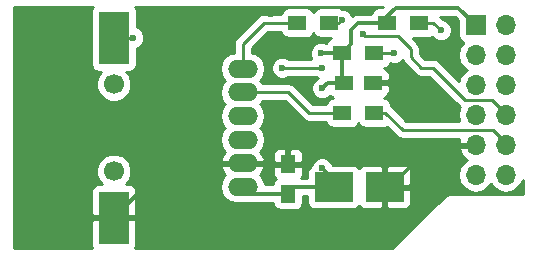
<source format=gbl>
G04 #@! TF.FileFunction,Copper,L2,Bot,Signal*
%FSLAX46Y46*%
G04 Gerber Fmt 4.6, Leading zero omitted, Abs format (unit mm)*
G04 Created by KiCad (PCBNEW 4.0.5-e0-6337~49~ubuntu14.04.1) date Sun Mar 12 14:50:38 2017*
%MOMM*%
%LPD*%
G01*
G04 APERTURE LIST*
%ADD10C,0.100000*%
%ADD11C,0.600000*%
%ADD12R,1.250000X1.500000*%
%ADD13R,1.500000X1.250000*%
%ADD14R,1.700000X1.700000*%
%ADD15O,1.700000X1.700000*%
%ADD16R,1.500000X1.300000*%
%ADD17O,2.540000X1.524000*%
%ADD18C,1.700000*%
%ADD19R,2.540000X4.500000*%
%ADD20R,3.200000X2.500000*%
%ADD21C,0.300000*%
%ADD22C,0.250000*%
%ADD23C,0.254000*%
G04 APERTURE END LIST*
D10*
D11*
X155829000Y-116713000D03*
X155829000Y-107188000D03*
X145542000Y-107188000D03*
X134747000Y-107188000D03*
X134747000Y-126492000D03*
X145669000Y-126492000D03*
X155956000Y-126492000D03*
X165989000Y-126492000D03*
X171259500Y-111887000D03*
X171259500Y-108648500D03*
X156400500Y-109093000D03*
X155003500Y-110299500D03*
D12*
X157226000Y-122408000D03*
X157226000Y-119908000D03*
D13*
X161945000Y-113030000D03*
X164445000Y-113030000D03*
D14*
X173125476Y-108140000D03*
D15*
X175665476Y-108140000D03*
X173125476Y-110680000D03*
X175665476Y-110680000D03*
X173125476Y-113220000D03*
X175665476Y-113220000D03*
X173125476Y-115760000D03*
X175665476Y-115760000D03*
X173125476Y-118300000D03*
X175665476Y-118300000D03*
X173125476Y-120840000D03*
X175665476Y-120840000D03*
D16*
X164545000Y-115570000D03*
X161845000Y-115570000D03*
X160735000Y-107950000D03*
X158035000Y-107950000D03*
X165655000Y-107950000D03*
X168355000Y-107950000D03*
X161845000Y-110490000D03*
X164545000Y-110490000D03*
D17*
X153384000Y-111840000D03*
X153384000Y-113840000D03*
X153384000Y-115840000D03*
X153384000Y-117840000D03*
X153384000Y-119840000D03*
X153384000Y-121840000D03*
D18*
X142494000Y-113157000D03*
X142494000Y-120523000D03*
D19*
X142494000Y-124460000D03*
X142494000Y-109220000D03*
D20*
X161108500Y-121856500D03*
X165408500Y-121856500D03*
D11*
X155829000Y-112903000D03*
X160121600Y-120243600D03*
X160121600Y-113487200D03*
X160020000Y-110490000D03*
X169481500Y-118237000D03*
X166243000Y-113030000D03*
X166243000Y-110490000D03*
X170180000Y-108585000D03*
X163576000Y-108902500D03*
X161798000Y-107696000D03*
X144145000Y-109220000D03*
X156718000Y-111760000D03*
X160147000Y-111760000D03*
D21*
X161945000Y-113030000D02*
X160578800Y-113030000D01*
X160121600Y-120243600D02*
X161108500Y-121230500D01*
X160578800Y-113030000D02*
X160121600Y-113487200D01*
X161108500Y-121230500D02*
X161108500Y-121856500D01*
X157226000Y-122408000D02*
X153952000Y-122408000D01*
X153952000Y-122408000D02*
X153384000Y-121840000D01*
X161108500Y-121856500D02*
X157777500Y-121856500D01*
X157777500Y-121856500D02*
X157226000Y-122408000D01*
D22*
X161108500Y-121856500D02*
X161108500Y-121040000D01*
D21*
X161092000Y-121840000D02*
X161108500Y-121856500D01*
X153464000Y-121920000D02*
X153384000Y-121840000D01*
X165655000Y-107950000D02*
X165655000Y-107395000D01*
X165655000Y-107395000D02*
X166370000Y-106680000D01*
X171665476Y-106680000D02*
X173125476Y-108140000D01*
X166370000Y-106680000D02*
X171665476Y-106680000D01*
X165655000Y-107950000D02*
X163195000Y-107950000D01*
X162560000Y-109775000D02*
X161845000Y-110490000D01*
X162560000Y-108585000D02*
X162560000Y-109775000D01*
X163195000Y-107950000D02*
X162560000Y-108585000D01*
X161845000Y-110490000D02*
X161845000Y-112930000D01*
X161845000Y-112930000D02*
X161945000Y-113030000D01*
X160020000Y-110490000D02*
X161845000Y-110490000D01*
D22*
X161845000Y-112930000D02*
X161945000Y-113030000D01*
D21*
X157226000Y-119908000D02*
X153452000Y-119908000D01*
X153452000Y-119908000D02*
X153384000Y-119840000D01*
X165408500Y-121856500D02*
X165862000Y-121856500D01*
X165862000Y-121856500D02*
X169481500Y-118237000D01*
X165408500Y-121856500D02*
X165408500Y-121149000D01*
X153384000Y-119840000D02*
X147114000Y-119840000D01*
X147114000Y-119840000D02*
X142494000Y-124460000D01*
X153432000Y-119888000D02*
X153384000Y-119840000D01*
X173125476Y-118300000D02*
X169544500Y-118300000D01*
X169544500Y-118300000D02*
X169481500Y-118237000D01*
X164445000Y-113030000D02*
X166243000Y-113030000D01*
D22*
X164545000Y-110490000D02*
X166243000Y-110490000D01*
X164735000Y-110680000D02*
X164545000Y-110490000D01*
X173125476Y-113220000D02*
X173165000Y-113220000D01*
X168355000Y-107950000D02*
X169545000Y-107950000D01*
X169545000Y-107950000D02*
X170180000Y-108585000D01*
X168355000Y-107950000D02*
X168355000Y-108030000D01*
X175665476Y-115760000D02*
X175665476Y-115657976D01*
X175665476Y-115657976D02*
X174498000Y-114490500D01*
X174498000Y-114490500D02*
X172212000Y-114490500D01*
X172212000Y-114490500D02*
X169481500Y-111760000D01*
X169481500Y-111760000D02*
X168529000Y-111760000D01*
X168529000Y-111760000D02*
X167640000Y-110871000D01*
X167640000Y-110871000D02*
X167640000Y-110172500D01*
X167640000Y-110172500D02*
X166560500Y-109093000D01*
X166560500Y-109093000D02*
X163766500Y-109093000D01*
X163766500Y-109093000D02*
X163576000Y-108902500D01*
X161798000Y-107696000D02*
X161480500Y-107950000D01*
X161480500Y-107950000D02*
X160735000Y-107950000D01*
X175665476Y-118300000D02*
X175665476Y-118134476D01*
X175665476Y-118134476D02*
X174561500Y-117030500D01*
X174561500Y-117030500D02*
X166941500Y-117030500D01*
X166941500Y-117030500D02*
X165481000Y-115570000D01*
X165481000Y-115570000D02*
X164545000Y-115570000D01*
X175665476Y-120840000D02*
X175450000Y-120840000D01*
X161845000Y-115570000D02*
X159004000Y-115570000D01*
X157274000Y-113840000D02*
X153384000Y-113840000D01*
X159004000Y-115570000D02*
X157274000Y-113840000D01*
X158035000Y-107950000D02*
X155194000Y-107950000D01*
X153384000Y-109760000D02*
X153384000Y-111840000D01*
X155194000Y-107950000D02*
X153384000Y-109760000D01*
X144145000Y-109220000D02*
X142494000Y-109220000D01*
X160147000Y-111760000D02*
X156718000Y-111760000D01*
D23*
G36*
X140627569Y-106718110D02*
X140576560Y-106970000D01*
X140576560Y-111470000D01*
X140620838Y-111705317D01*
X140759910Y-111921441D01*
X140972110Y-112066431D01*
X141224000Y-112117440D01*
X141433434Y-112117440D01*
X141235812Y-112314717D01*
X141009258Y-112860319D01*
X141008743Y-113451089D01*
X141234344Y-113997086D01*
X141651717Y-114415188D01*
X142197319Y-114641742D01*
X142788089Y-114642257D01*
X143334086Y-114416656D01*
X143752188Y-113999283D01*
X143978742Y-113453681D01*
X143979257Y-112862911D01*
X143753656Y-112316914D01*
X143554530Y-112117440D01*
X143764000Y-112117440D01*
X143999317Y-112073162D01*
X144215441Y-111934090D01*
X144360431Y-111721890D01*
X144411440Y-111470000D01*
X144411440Y-110121581D01*
X144673943Y-110013117D01*
X144937192Y-109750327D01*
X145079838Y-109406799D01*
X145080162Y-109034833D01*
X144938117Y-108691057D01*
X144675327Y-108427808D01*
X144411440Y-108318232D01*
X144411440Y-106970000D01*
X144367162Y-106734683D01*
X144298513Y-106628000D01*
X165311842Y-106628000D01*
X165287282Y-106652560D01*
X164905000Y-106652560D01*
X164669683Y-106696838D01*
X164453559Y-106835910D01*
X164308569Y-107048110D01*
X164284898Y-107165000D01*
X163195005Y-107165000D01*
X163195000Y-107164999D01*
X162894594Y-107224755D01*
X162675457Y-107371177D01*
X162591117Y-107167057D01*
X162328327Y-106903808D01*
X161984799Y-106761162D01*
X161820971Y-106761019D01*
X161736890Y-106703569D01*
X161485000Y-106652560D01*
X159985000Y-106652560D01*
X159749683Y-106696838D01*
X159533559Y-106835910D01*
X159388569Y-107048110D01*
X159385919Y-107061197D01*
X159249090Y-106848559D01*
X159036890Y-106703569D01*
X158785000Y-106652560D01*
X157285000Y-106652560D01*
X157049683Y-106696838D01*
X156833559Y-106835910D01*
X156688569Y-107048110D01*
X156659836Y-107190000D01*
X155194000Y-107190000D01*
X154903161Y-107247852D01*
X154656599Y-107412599D01*
X152846599Y-109222599D01*
X152681852Y-109469161D01*
X152624000Y-109760000D01*
X152624000Y-110485702D01*
X152304070Y-110549340D01*
X151850851Y-110852172D01*
X151548019Y-111305391D01*
X151441679Y-111840000D01*
X151548019Y-112374609D01*
X151850851Y-112827828D01*
X151869068Y-112840000D01*
X151850851Y-112852172D01*
X151548019Y-113305391D01*
X151441679Y-113840000D01*
X151548019Y-114374609D01*
X151850851Y-114827828D01*
X151869068Y-114840000D01*
X151850851Y-114852172D01*
X151548019Y-115305391D01*
X151441679Y-115840000D01*
X151548019Y-116374609D01*
X151850851Y-116827828D01*
X151869068Y-116840000D01*
X151850851Y-116852172D01*
X151548019Y-117305391D01*
X151441679Y-117840000D01*
X151548019Y-118374609D01*
X151850851Y-118827828D01*
X151899438Y-118860293D01*
X151798370Y-118941974D01*
X151536740Y-119422723D01*
X151521780Y-119496930D01*
X151644280Y-119713000D01*
X153257000Y-119713000D01*
X153257000Y-119693000D01*
X153511000Y-119693000D01*
X153511000Y-119713000D01*
X155123720Y-119713000D01*
X155246220Y-119496930D01*
X155231260Y-119422723D01*
X155018456Y-119031691D01*
X155966000Y-119031691D01*
X155966000Y-119622250D01*
X156124750Y-119781000D01*
X157099000Y-119781000D01*
X157099000Y-118681750D01*
X157353000Y-118681750D01*
X157353000Y-119781000D01*
X158327250Y-119781000D01*
X158486000Y-119622250D01*
X158486000Y-119031691D01*
X158389327Y-118798302D01*
X158210699Y-118619673D01*
X157977310Y-118523000D01*
X157511750Y-118523000D01*
X157353000Y-118681750D01*
X157099000Y-118681750D01*
X156940250Y-118523000D01*
X156474690Y-118523000D01*
X156241301Y-118619673D01*
X156062673Y-118798302D01*
X155966000Y-119031691D01*
X155018456Y-119031691D01*
X154969630Y-118941974D01*
X154868562Y-118860293D01*
X154917149Y-118827828D01*
X155219981Y-118374609D01*
X155326321Y-117840000D01*
X155219981Y-117305391D01*
X154917149Y-116852172D01*
X154898932Y-116840000D01*
X154917149Y-116827828D01*
X155219981Y-116374609D01*
X155326321Y-115840000D01*
X155219981Y-115305391D01*
X154917149Y-114852172D01*
X154898932Y-114840000D01*
X154917149Y-114827828D01*
X155069379Y-114600000D01*
X156959198Y-114600000D01*
X158466599Y-116107401D01*
X158713160Y-116272148D01*
X158761414Y-116281746D01*
X159004000Y-116330000D01*
X160468258Y-116330000D01*
X160491838Y-116455317D01*
X160630910Y-116671441D01*
X160843110Y-116816431D01*
X161095000Y-116867440D01*
X162595000Y-116867440D01*
X162830317Y-116823162D01*
X163046441Y-116684090D01*
X163191431Y-116471890D01*
X163194081Y-116458803D01*
X163330910Y-116671441D01*
X163543110Y-116816431D01*
X163795000Y-116867440D01*
X165295000Y-116867440D01*
X165530317Y-116823162D01*
X165608835Y-116772637D01*
X166404099Y-117567901D01*
X166650661Y-117732648D01*
X166941500Y-117790500D01*
X171747209Y-117790500D01*
X171684000Y-117943110D01*
X171805321Y-118173000D01*
X172998476Y-118173000D01*
X172998476Y-118153000D01*
X173252476Y-118153000D01*
X173252476Y-118173000D01*
X173272476Y-118173000D01*
X173272476Y-118427000D01*
X173252476Y-118427000D01*
X173252476Y-118447000D01*
X172998476Y-118447000D01*
X172998476Y-118427000D01*
X171805321Y-118427000D01*
X171684000Y-118656890D01*
X171853831Y-119066924D01*
X172244118Y-119495183D01*
X172387029Y-119562298D01*
X172046329Y-119789946D01*
X171724422Y-120271715D01*
X171611383Y-120840000D01*
X171724422Y-121408285D01*
X172046329Y-121890054D01*
X172528098Y-122211961D01*
X173096383Y-122325000D01*
X173154569Y-122325000D01*
X173722854Y-122211961D01*
X174204623Y-121890054D01*
X174395476Y-121604422D01*
X174586329Y-121890054D01*
X175068098Y-122211961D01*
X175636383Y-122325000D01*
X175694569Y-122325000D01*
X176262854Y-122211961D01*
X176744623Y-121890054D01*
X177066530Y-121408285D01*
X177090000Y-121290293D01*
X177090000Y-122480000D01*
X170942000Y-122480000D01*
X170670295Y-122534046D01*
X170439954Y-122687954D01*
X166075908Y-127052000D01*
X144309658Y-127052000D01*
X144399000Y-126836309D01*
X144399000Y-124745750D01*
X144240250Y-124587000D01*
X142621000Y-124587000D01*
X142621000Y-124607000D01*
X142367000Y-124607000D01*
X142367000Y-124587000D01*
X140747750Y-124587000D01*
X140589000Y-124745750D01*
X140589000Y-126836309D01*
X140678342Y-127052000D01*
X134060000Y-127052000D01*
X134060000Y-122083691D01*
X140589000Y-122083691D01*
X140589000Y-124174250D01*
X140747750Y-124333000D01*
X142367000Y-124333000D01*
X142367000Y-124313000D01*
X142621000Y-124313000D01*
X142621000Y-124333000D01*
X144240250Y-124333000D01*
X144399000Y-124174250D01*
X144399000Y-122083691D01*
X144302327Y-121850302D01*
X144292026Y-121840000D01*
X151441679Y-121840000D01*
X151548019Y-122374609D01*
X151850851Y-122827828D01*
X152304070Y-123130660D01*
X152838679Y-123237000D01*
X153929321Y-123237000D01*
X154150525Y-123193000D01*
X155960146Y-123193000D01*
X155997838Y-123393317D01*
X156136910Y-123609441D01*
X156349110Y-123754431D01*
X156601000Y-123805440D01*
X157851000Y-123805440D01*
X158086317Y-123761162D01*
X158302441Y-123622090D01*
X158447431Y-123409890D01*
X158498440Y-123158000D01*
X158498440Y-122641500D01*
X158861060Y-122641500D01*
X158861060Y-123106500D01*
X158905338Y-123341817D01*
X159044410Y-123557941D01*
X159256610Y-123702931D01*
X159508500Y-123753940D01*
X162708500Y-123753940D01*
X162943817Y-123709662D01*
X163159941Y-123570590D01*
X163255490Y-123430750D01*
X163270173Y-123466199D01*
X163448802Y-123644827D01*
X163682191Y-123741500D01*
X165122750Y-123741500D01*
X165281500Y-123582750D01*
X165281500Y-121983500D01*
X165535500Y-121983500D01*
X165535500Y-123582750D01*
X165694250Y-123741500D01*
X167134809Y-123741500D01*
X167368198Y-123644827D01*
X167546827Y-123466199D01*
X167643500Y-123232810D01*
X167643500Y-122142250D01*
X167484750Y-121983500D01*
X165535500Y-121983500D01*
X165281500Y-121983500D01*
X165261500Y-121983500D01*
X165261500Y-121729500D01*
X165281500Y-121729500D01*
X165281500Y-120130250D01*
X165535500Y-120130250D01*
X165535500Y-121729500D01*
X167484750Y-121729500D01*
X167643500Y-121570750D01*
X167643500Y-120480190D01*
X167546827Y-120246801D01*
X167368198Y-120068173D01*
X167134809Y-119971500D01*
X165694250Y-119971500D01*
X165535500Y-120130250D01*
X165281500Y-120130250D01*
X165122750Y-119971500D01*
X163682191Y-119971500D01*
X163448802Y-120068173D01*
X163270173Y-120246801D01*
X163255077Y-120283247D01*
X163172590Y-120155059D01*
X162960390Y-120010069D01*
X162708500Y-119959060D01*
X161015702Y-119959060D01*
X160914717Y-119714657D01*
X160651927Y-119451408D01*
X160308399Y-119308762D01*
X159936433Y-119308438D01*
X159592657Y-119450483D01*
X159329408Y-119713273D01*
X159186762Y-120056801D01*
X159186760Y-120058950D01*
X159057059Y-120142410D01*
X158912069Y-120354610D01*
X158861060Y-120606500D01*
X158861060Y-121071500D01*
X158335525Y-121071500D01*
X158389327Y-121017698D01*
X158486000Y-120784309D01*
X158486000Y-120193750D01*
X158327250Y-120035000D01*
X157353000Y-120035000D01*
X157353000Y-120055000D01*
X157099000Y-120055000D01*
X157099000Y-120035000D01*
X156124750Y-120035000D01*
X155966000Y-120193750D01*
X155966000Y-120784309D01*
X156062673Y-121017698D01*
X156203910Y-121158936D01*
X156149559Y-121193910D01*
X156004569Y-121406110D01*
X155960648Y-121623000D01*
X155283157Y-121623000D01*
X155219981Y-121305391D01*
X154917149Y-120852172D01*
X154868562Y-120819707D01*
X154969630Y-120738026D01*
X155231260Y-120257277D01*
X155246220Y-120183070D01*
X155123720Y-119967000D01*
X153511000Y-119967000D01*
X153511000Y-119987000D01*
X153257000Y-119987000D01*
X153257000Y-119967000D01*
X151644280Y-119967000D01*
X151521780Y-120183070D01*
X151536740Y-120257277D01*
X151798370Y-120738026D01*
X151899438Y-120819707D01*
X151850851Y-120852172D01*
X151548019Y-121305391D01*
X151441679Y-121840000D01*
X144292026Y-121840000D01*
X144123699Y-121671673D01*
X143890310Y-121575000D01*
X143542105Y-121575000D01*
X143752188Y-121365283D01*
X143978742Y-120819681D01*
X143979257Y-120228911D01*
X143753656Y-119682914D01*
X143336283Y-119264812D01*
X142790681Y-119038258D01*
X142199911Y-119037743D01*
X141653914Y-119263344D01*
X141235812Y-119680717D01*
X141009258Y-120226319D01*
X141008743Y-120817089D01*
X141234344Y-121363086D01*
X141445889Y-121575000D01*
X141097690Y-121575000D01*
X140864301Y-121671673D01*
X140685673Y-121850302D01*
X140589000Y-122083691D01*
X134060000Y-122083691D01*
X134060000Y-106628000D01*
X140689139Y-106628000D01*
X140627569Y-106718110D01*
X140627569Y-106718110D01*
G37*
X140627569Y-106718110D02*
X140576560Y-106970000D01*
X140576560Y-111470000D01*
X140620838Y-111705317D01*
X140759910Y-111921441D01*
X140972110Y-112066431D01*
X141224000Y-112117440D01*
X141433434Y-112117440D01*
X141235812Y-112314717D01*
X141009258Y-112860319D01*
X141008743Y-113451089D01*
X141234344Y-113997086D01*
X141651717Y-114415188D01*
X142197319Y-114641742D01*
X142788089Y-114642257D01*
X143334086Y-114416656D01*
X143752188Y-113999283D01*
X143978742Y-113453681D01*
X143979257Y-112862911D01*
X143753656Y-112316914D01*
X143554530Y-112117440D01*
X143764000Y-112117440D01*
X143999317Y-112073162D01*
X144215441Y-111934090D01*
X144360431Y-111721890D01*
X144411440Y-111470000D01*
X144411440Y-110121581D01*
X144673943Y-110013117D01*
X144937192Y-109750327D01*
X145079838Y-109406799D01*
X145080162Y-109034833D01*
X144938117Y-108691057D01*
X144675327Y-108427808D01*
X144411440Y-108318232D01*
X144411440Y-106970000D01*
X144367162Y-106734683D01*
X144298513Y-106628000D01*
X165311842Y-106628000D01*
X165287282Y-106652560D01*
X164905000Y-106652560D01*
X164669683Y-106696838D01*
X164453559Y-106835910D01*
X164308569Y-107048110D01*
X164284898Y-107165000D01*
X163195005Y-107165000D01*
X163195000Y-107164999D01*
X162894594Y-107224755D01*
X162675457Y-107371177D01*
X162591117Y-107167057D01*
X162328327Y-106903808D01*
X161984799Y-106761162D01*
X161820971Y-106761019D01*
X161736890Y-106703569D01*
X161485000Y-106652560D01*
X159985000Y-106652560D01*
X159749683Y-106696838D01*
X159533559Y-106835910D01*
X159388569Y-107048110D01*
X159385919Y-107061197D01*
X159249090Y-106848559D01*
X159036890Y-106703569D01*
X158785000Y-106652560D01*
X157285000Y-106652560D01*
X157049683Y-106696838D01*
X156833559Y-106835910D01*
X156688569Y-107048110D01*
X156659836Y-107190000D01*
X155194000Y-107190000D01*
X154903161Y-107247852D01*
X154656599Y-107412599D01*
X152846599Y-109222599D01*
X152681852Y-109469161D01*
X152624000Y-109760000D01*
X152624000Y-110485702D01*
X152304070Y-110549340D01*
X151850851Y-110852172D01*
X151548019Y-111305391D01*
X151441679Y-111840000D01*
X151548019Y-112374609D01*
X151850851Y-112827828D01*
X151869068Y-112840000D01*
X151850851Y-112852172D01*
X151548019Y-113305391D01*
X151441679Y-113840000D01*
X151548019Y-114374609D01*
X151850851Y-114827828D01*
X151869068Y-114840000D01*
X151850851Y-114852172D01*
X151548019Y-115305391D01*
X151441679Y-115840000D01*
X151548019Y-116374609D01*
X151850851Y-116827828D01*
X151869068Y-116840000D01*
X151850851Y-116852172D01*
X151548019Y-117305391D01*
X151441679Y-117840000D01*
X151548019Y-118374609D01*
X151850851Y-118827828D01*
X151899438Y-118860293D01*
X151798370Y-118941974D01*
X151536740Y-119422723D01*
X151521780Y-119496930D01*
X151644280Y-119713000D01*
X153257000Y-119713000D01*
X153257000Y-119693000D01*
X153511000Y-119693000D01*
X153511000Y-119713000D01*
X155123720Y-119713000D01*
X155246220Y-119496930D01*
X155231260Y-119422723D01*
X155018456Y-119031691D01*
X155966000Y-119031691D01*
X155966000Y-119622250D01*
X156124750Y-119781000D01*
X157099000Y-119781000D01*
X157099000Y-118681750D01*
X157353000Y-118681750D01*
X157353000Y-119781000D01*
X158327250Y-119781000D01*
X158486000Y-119622250D01*
X158486000Y-119031691D01*
X158389327Y-118798302D01*
X158210699Y-118619673D01*
X157977310Y-118523000D01*
X157511750Y-118523000D01*
X157353000Y-118681750D01*
X157099000Y-118681750D01*
X156940250Y-118523000D01*
X156474690Y-118523000D01*
X156241301Y-118619673D01*
X156062673Y-118798302D01*
X155966000Y-119031691D01*
X155018456Y-119031691D01*
X154969630Y-118941974D01*
X154868562Y-118860293D01*
X154917149Y-118827828D01*
X155219981Y-118374609D01*
X155326321Y-117840000D01*
X155219981Y-117305391D01*
X154917149Y-116852172D01*
X154898932Y-116840000D01*
X154917149Y-116827828D01*
X155219981Y-116374609D01*
X155326321Y-115840000D01*
X155219981Y-115305391D01*
X154917149Y-114852172D01*
X154898932Y-114840000D01*
X154917149Y-114827828D01*
X155069379Y-114600000D01*
X156959198Y-114600000D01*
X158466599Y-116107401D01*
X158713160Y-116272148D01*
X158761414Y-116281746D01*
X159004000Y-116330000D01*
X160468258Y-116330000D01*
X160491838Y-116455317D01*
X160630910Y-116671441D01*
X160843110Y-116816431D01*
X161095000Y-116867440D01*
X162595000Y-116867440D01*
X162830317Y-116823162D01*
X163046441Y-116684090D01*
X163191431Y-116471890D01*
X163194081Y-116458803D01*
X163330910Y-116671441D01*
X163543110Y-116816431D01*
X163795000Y-116867440D01*
X165295000Y-116867440D01*
X165530317Y-116823162D01*
X165608835Y-116772637D01*
X166404099Y-117567901D01*
X166650661Y-117732648D01*
X166941500Y-117790500D01*
X171747209Y-117790500D01*
X171684000Y-117943110D01*
X171805321Y-118173000D01*
X172998476Y-118173000D01*
X172998476Y-118153000D01*
X173252476Y-118153000D01*
X173252476Y-118173000D01*
X173272476Y-118173000D01*
X173272476Y-118427000D01*
X173252476Y-118427000D01*
X173252476Y-118447000D01*
X172998476Y-118447000D01*
X172998476Y-118427000D01*
X171805321Y-118427000D01*
X171684000Y-118656890D01*
X171853831Y-119066924D01*
X172244118Y-119495183D01*
X172387029Y-119562298D01*
X172046329Y-119789946D01*
X171724422Y-120271715D01*
X171611383Y-120840000D01*
X171724422Y-121408285D01*
X172046329Y-121890054D01*
X172528098Y-122211961D01*
X173096383Y-122325000D01*
X173154569Y-122325000D01*
X173722854Y-122211961D01*
X174204623Y-121890054D01*
X174395476Y-121604422D01*
X174586329Y-121890054D01*
X175068098Y-122211961D01*
X175636383Y-122325000D01*
X175694569Y-122325000D01*
X176262854Y-122211961D01*
X176744623Y-121890054D01*
X177066530Y-121408285D01*
X177090000Y-121290293D01*
X177090000Y-122480000D01*
X170942000Y-122480000D01*
X170670295Y-122534046D01*
X170439954Y-122687954D01*
X166075908Y-127052000D01*
X144309658Y-127052000D01*
X144399000Y-126836309D01*
X144399000Y-124745750D01*
X144240250Y-124587000D01*
X142621000Y-124587000D01*
X142621000Y-124607000D01*
X142367000Y-124607000D01*
X142367000Y-124587000D01*
X140747750Y-124587000D01*
X140589000Y-124745750D01*
X140589000Y-126836309D01*
X140678342Y-127052000D01*
X134060000Y-127052000D01*
X134060000Y-122083691D01*
X140589000Y-122083691D01*
X140589000Y-124174250D01*
X140747750Y-124333000D01*
X142367000Y-124333000D01*
X142367000Y-124313000D01*
X142621000Y-124313000D01*
X142621000Y-124333000D01*
X144240250Y-124333000D01*
X144399000Y-124174250D01*
X144399000Y-122083691D01*
X144302327Y-121850302D01*
X144292026Y-121840000D01*
X151441679Y-121840000D01*
X151548019Y-122374609D01*
X151850851Y-122827828D01*
X152304070Y-123130660D01*
X152838679Y-123237000D01*
X153929321Y-123237000D01*
X154150525Y-123193000D01*
X155960146Y-123193000D01*
X155997838Y-123393317D01*
X156136910Y-123609441D01*
X156349110Y-123754431D01*
X156601000Y-123805440D01*
X157851000Y-123805440D01*
X158086317Y-123761162D01*
X158302441Y-123622090D01*
X158447431Y-123409890D01*
X158498440Y-123158000D01*
X158498440Y-122641500D01*
X158861060Y-122641500D01*
X158861060Y-123106500D01*
X158905338Y-123341817D01*
X159044410Y-123557941D01*
X159256610Y-123702931D01*
X159508500Y-123753940D01*
X162708500Y-123753940D01*
X162943817Y-123709662D01*
X163159941Y-123570590D01*
X163255490Y-123430750D01*
X163270173Y-123466199D01*
X163448802Y-123644827D01*
X163682191Y-123741500D01*
X165122750Y-123741500D01*
X165281500Y-123582750D01*
X165281500Y-121983500D01*
X165535500Y-121983500D01*
X165535500Y-123582750D01*
X165694250Y-123741500D01*
X167134809Y-123741500D01*
X167368198Y-123644827D01*
X167546827Y-123466199D01*
X167643500Y-123232810D01*
X167643500Y-122142250D01*
X167484750Y-121983500D01*
X165535500Y-121983500D01*
X165281500Y-121983500D01*
X165261500Y-121983500D01*
X165261500Y-121729500D01*
X165281500Y-121729500D01*
X165281500Y-120130250D01*
X165535500Y-120130250D01*
X165535500Y-121729500D01*
X167484750Y-121729500D01*
X167643500Y-121570750D01*
X167643500Y-120480190D01*
X167546827Y-120246801D01*
X167368198Y-120068173D01*
X167134809Y-119971500D01*
X165694250Y-119971500D01*
X165535500Y-120130250D01*
X165281500Y-120130250D01*
X165122750Y-119971500D01*
X163682191Y-119971500D01*
X163448802Y-120068173D01*
X163270173Y-120246801D01*
X163255077Y-120283247D01*
X163172590Y-120155059D01*
X162960390Y-120010069D01*
X162708500Y-119959060D01*
X161015702Y-119959060D01*
X160914717Y-119714657D01*
X160651927Y-119451408D01*
X160308399Y-119308762D01*
X159936433Y-119308438D01*
X159592657Y-119450483D01*
X159329408Y-119713273D01*
X159186762Y-120056801D01*
X159186760Y-120058950D01*
X159057059Y-120142410D01*
X158912069Y-120354610D01*
X158861060Y-120606500D01*
X158861060Y-121071500D01*
X158335525Y-121071500D01*
X158389327Y-121017698D01*
X158486000Y-120784309D01*
X158486000Y-120193750D01*
X158327250Y-120035000D01*
X157353000Y-120035000D01*
X157353000Y-120055000D01*
X157099000Y-120055000D01*
X157099000Y-120035000D01*
X156124750Y-120035000D01*
X155966000Y-120193750D01*
X155966000Y-120784309D01*
X156062673Y-121017698D01*
X156203910Y-121158936D01*
X156149559Y-121193910D01*
X156004569Y-121406110D01*
X155960648Y-121623000D01*
X155283157Y-121623000D01*
X155219981Y-121305391D01*
X154917149Y-120852172D01*
X154868562Y-120819707D01*
X154969630Y-120738026D01*
X155231260Y-120257277D01*
X155246220Y-120183070D01*
X155123720Y-119967000D01*
X153511000Y-119967000D01*
X153511000Y-119987000D01*
X153257000Y-119987000D01*
X153257000Y-119967000D01*
X151644280Y-119967000D01*
X151521780Y-120183070D01*
X151536740Y-120257277D01*
X151798370Y-120738026D01*
X151899438Y-120819707D01*
X151850851Y-120852172D01*
X151548019Y-121305391D01*
X151441679Y-121840000D01*
X144292026Y-121840000D01*
X144123699Y-121671673D01*
X143890310Y-121575000D01*
X143542105Y-121575000D01*
X143752188Y-121365283D01*
X143978742Y-120819681D01*
X143979257Y-120228911D01*
X143753656Y-119682914D01*
X143336283Y-119264812D01*
X142790681Y-119038258D01*
X142199911Y-119037743D01*
X141653914Y-119263344D01*
X141235812Y-119680717D01*
X141009258Y-120226319D01*
X141008743Y-120817089D01*
X141234344Y-121363086D01*
X141445889Y-121575000D01*
X141097690Y-121575000D01*
X140864301Y-121671673D01*
X140685673Y-121850302D01*
X140589000Y-122083691D01*
X134060000Y-122083691D01*
X134060000Y-106628000D01*
X140689139Y-106628000D01*
X140627569Y-106718110D01*
G36*
X166937852Y-111161839D02*
X167102599Y-111408401D01*
X167991599Y-112297401D01*
X168238161Y-112462148D01*
X168529000Y-112520000D01*
X169166698Y-112520000D01*
X171674599Y-115027901D01*
X171784716Y-115101479D01*
X171724422Y-115191715D01*
X171611383Y-115760000D01*
X171712928Y-116270500D01*
X167256302Y-116270500D01*
X166018401Y-115032599D01*
X165942440Y-114981844D01*
X165942440Y-114920000D01*
X165898162Y-114684683D01*
X165759090Y-114468559D01*
X165546890Y-114323569D01*
X165340949Y-114281865D01*
X165554698Y-114193327D01*
X165733327Y-114014699D01*
X165830000Y-113781310D01*
X165830000Y-113315750D01*
X165671250Y-113157000D01*
X164572000Y-113157000D01*
X164572000Y-113177000D01*
X164318000Y-113177000D01*
X164318000Y-113157000D01*
X164298000Y-113157000D01*
X164298000Y-112903000D01*
X164318000Y-112903000D01*
X164318000Y-112883000D01*
X164572000Y-112883000D01*
X164572000Y-112903000D01*
X165671250Y-112903000D01*
X165830000Y-112744250D01*
X165830000Y-112278690D01*
X165733327Y-112045301D01*
X165554698Y-111866673D01*
X165342043Y-111778588D01*
X165530317Y-111743162D01*
X165746441Y-111604090D01*
X165891431Y-111391890D01*
X165898057Y-111359170D01*
X166056201Y-111424838D01*
X166428167Y-111425162D01*
X166771943Y-111283117D01*
X166930493Y-111124843D01*
X166937852Y-111161839D01*
X166937852Y-111161839D01*
G37*
X166937852Y-111161839D02*
X167102599Y-111408401D01*
X167991599Y-112297401D01*
X168238161Y-112462148D01*
X168529000Y-112520000D01*
X169166698Y-112520000D01*
X171674599Y-115027901D01*
X171784716Y-115101479D01*
X171724422Y-115191715D01*
X171611383Y-115760000D01*
X171712928Y-116270500D01*
X167256302Y-116270500D01*
X166018401Y-115032599D01*
X165942440Y-114981844D01*
X165942440Y-114920000D01*
X165898162Y-114684683D01*
X165759090Y-114468559D01*
X165546890Y-114323569D01*
X165340949Y-114281865D01*
X165554698Y-114193327D01*
X165733327Y-114014699D01*
X165830000Y-113781310D01*
X165830000Y-113315750D01*
X165671250Y-113157000D01*
X164572000Y-113157000D01*
X164572000Y-113177000D01*
X164318000Y-113177000D01*
X164318000Y-113157000D01*
X164298000Y-113157000D01*
X164298000Y-112903000D01*
X164318000Y-112903000D01*
X164318000Y-112883000D01*
X164572000Y-112883000D01*
X164572000Y-112903000D01*
X165671250Y-112903000D01*
X165830000Y-112744250D01*
X165830000Y-112278690D01*
X165733327Y-112045301D01*
X165554698Y-111866673D01*
X165342043Y-111778588D01*
X165530317Y-111743162D01*
X165746441Y-111604090D01*
X165891431Y-111391890D01*
X165898057Y-111359170D01*
X166056201Y-111424838D01*
X166428167Y-111425162D01*
X166771943Y-111283117D01*
X166930493Y-111124843D01*
X166937852Y-111161839D01*
G36*
X156681838Y-108835317D02*
X156820910Y-109051441D01*
X157033110Y-109196431D01*
X157285000Y-109247440D01*
X158785000Y-109247440D01*
X159020317Y-109203162D01*
X159236441Y-109064090D01*
X159381431Y-108851890D01*
X159384081Y-108838803D01*
X159520910Y-109051441D01*
X159733110Y-109196431D01*
X159985000Y-109247440D01*
X160843207Y-109247440D01*
X160643559Y-109375910D01*
X160498569Y-109588110D01*
X160482092Y-109669474D01*
X160206799Y-109555162D01*
X159834833Y-109554838D01*
X159491057Y-109696883D01*
X159227808Y-109959673D01*
X159085162Y-110303201D01*
X159084838Y-110675167D01*
X159219056Y-111000000D01*
X157280463Y-111000000D01*
X157248327Y-110967808D01*
X156904799Y-110825162D01*
X156532833Y-110824838D01*
X156189057Y-110966883D01*
X155925808Y-111229673D01*
X155783162Y-111573201D01*
X155782838Y-111945167D01*
X155924883Y-112288943D01*
X156187673Y-112552192D01*
X156531201Y-112694838D01*
X156903167Y-112695162D01*
X157246943Y-112553117D01*
X157280118Y-112520000D01*
X159584537Y-112520000D01*
X159616673Y-112552192D01*
X159775972Y-112618339D01*
X159592657Y-112694083D01*
X159329408Y-112956873D01*
X159186762Y-113300401D01*
X159186438Y-113672367D01*
X159328483Y-114016143D01*
X159591273Y-114279392D01*
X159934801Y-114422038D01*
X160306767Y-114422362D01*
X160650543Y-114280317D01*
X160786603Y-114144494D01*
X160943110Y-114251431D01*
X161070351Y-114277198D01*
X160859683Y-114316838D01*
X160643559Y-114455910D01*
X160498569Y-114668110D01*
X160469836Y-114810000D01*
X159318802Y-114810000D01*
X157811401Y-113302599D01*
X157564839Y-113137852D01*
X157274000Y-113080000D01*
X155069379Y-113080000D01*
X154917149Y-112852172D01*
X154898932Y-112840000D01*
X154917149Y-112827828D01*
X155219981Y-112374609D01*
X155326321Y-111840000D01*
X155219981Y-111305391D01*
X154917149Y-110852172D01*
X154463930Y-110549340D01*
X154144000Y-110485702D01*
X154144000Y-110074802D01*
X155508802Y-108710000D01*
X156658258Y-108710000D01*
X156681838Y-108835317D01*
X156681838Y-108835317D01*
G37*
X156681838Y-108835317D02*
X156820910Y-109051441D01*
X157033110Y-109196431D01*
X157285000Y-109247440D01*
X158785000Y-109247440D01*
X159020317Y-109203162D01*
X159236441Y-109064090D01*
X159381431Y-108851890D01*
X159384081Y-108838803D01*
X159520910Y-109051441D01*
X159733110Y-109196431D01*
X159985000Y-109247440D01*
X160843207Y-109247440D01*
X160643559Y-109375910D01*
X160498569Y-109588110D01*
X160482092Y-109669474D01*
X160206799Y-109555162D01*
X159834833Y-109554838D01*
X159491057Y-109696883D01*
X159227808Y-109959673D01*
X159085162Y-110303201D01*
X159084838Y-110675167D01*
X159219056Y-111000000D01*
X157280463Y-111000000D01*
X157248327Y-110967808D01*
X156904799Y-110825162D01*
X156532833Y-110824838D01*
X156189057Y-110966883D01*
X155925808Y-111229673D01*
X155783162Y-111573201D01*
X155782838Y-111945167D01*
X155924883Y-112288943D01*
X156187673Y-112552192D01*
X156531201Y-112694838D01*
X156903167Y-112695162D01*
X157246943Y-112553117D01*
X157280118Y-112520000D01*
X159584537Y-112520000D01*
X159616673Y-112552192D01*
X159775972Y-112618339D01*
X159592657Y-112694083D01*
X159329408Y-112956873D01*
X159186762Y-113300401D01*
X159186438Y-113672367D01*
X159328483Y-114016143D01*
X159591273Y-114279392D01*
X159934801Y-114422038D01*
X160306767Y-114422362D01*
X160650543Y-114280317D01*
X160786603Y-114144494D01*
X160943110Y-114251431D01*
X161070351Y-114277198D01*
X160859683Y-114316838D01*
X160643559Y-114455910D01*
X160498569Y-114668110D01*
X160469836Y-114810000D01*
X159318802Y-114810000D01*
X157811401Y-113302599D01*
X157564839Y-113137852D01*
X157274000Y-113080000D01*
X155069379Y-113080000D01*
X154917149Y-112852172D01*
X154898932Y-112840000D01*
X154917149Y-112827828D01*
X155219981Y-112374609D01*
X155326321Y-111840000D01*
X155219981Y-111305391D01*
X154917149Y-110852172D01*
X154463930Y-110549340D01*
X154144000Y-110485702D01*
X154144000Y-110074802D01*
X155508802Y-108710000D01*
X156658258Y-108710000D01*
X156681838Y-108835317D01*
G36*
X175792476Y-113093000D02*
X175812476Y-113093000D01*
X175812476Y-113347000D01*
X175792476Y-113347000D01*
X175792476Y-113367000D01*
X175538476Y-113367000D01*
X175538476Y-113347000D01*
X175518476Y-113347000D01*
X175518476Y-113093000D01*
X175538476Y-113093000D01*
X175538476Y-113073000D01*
X175792476Y-113073000D01*
X175792476Y-113093000D01*
X175792476Y-113093000D01*
G37*
X175792476Y-113093000D02*
X175812476Y-113093000D01*
X175812476Y-113347000D01*
X175792476Y-113347000D01*
X175792476Y-113367000D01*
X175538476Y-113367000D01*
X175538476Y-113347000D01*
X175518476Y-113347000D01*
X175518476Y-113093000D01*
X175538476Y-113093000D01*
X175538476Y-113073000D01*
X175792476Y-113073000D01*
X175792476Y-113093000D01*
G36*
X171628036Y-107752718D02*
X171628036Y-108990000D01*
X171672314Y-109225317D01*
X171811386Y-109441441D01*
X172023586Y-109586431D01*
X172091017Y-109600086D01*
X172046329Y-109629946D01*
X171724422Y-110111715D01*
X171611383Y-110680000D01*
X171724422Y-111248285D01*
X172046329Y-111730054D01*
X172375502Y-111950000D01*
X172046329Y-112169946D01*
X171724422Y-112651715D01*
X171678563Y-112882261D01*
X170018901Y-111222599D01*
X169772339Y-111057852D01*
X169481500Y-111000000D01*
X168843802Y-111000000D01*
X168400000Y-110556198D01*
X168400000Y-110172500D01*
X168342148Y-109881661D01*
X168177401Y-109635099D01*
X167789742Y-109247440D01*
X169105000Y-109247440D01*
X169340317Y-109203162D01*
X169422899Y-109150022D01*
X169649673Y-109377192D01*
X169993201Y-109519838D01*
X170365167Y-109520162D01*
X170708943Y-109378117D01*
X170972192Y-109115327D01*
X171114838Y-108771799D01*
X171115162Y-108399833D01*
X170973117Y-108056057D01*
X170710327Y-107792808D01*
X170366799Y-107650162D01*
X170319923Y-107650121D01*
X170134802Y-107465000D01*
X171340318Y-107465000D01*
X171628036Y-107752718D01*
X171628036Y-107752718D01*
G37*
X171628036Y-107752718D02*
X171628036Y-108990000D01*
X171672314Y-109225317D01*
X171811386Y-109441441D01*
X172023586Y-109586431D01*
X172091017Y-109600086D01*
X172046329Y-109629946D01*
X171724422Y-110111715D01*
X171611383Y-110680000D01*
X171724422Y-111248285D01*
X172046329Y-111730054D01*
X172375502Y-111950000D01*
X172046329Y-112169946D01*
X171724422Y-112651715D01*
X171678563Y-112882261D01*
X170018901Y-111222599D01*
X169772339Y-111057852D01*
X169481500Y-111000000D01*
X168843802Y-111000000D01*
X168400000Y-110556198D01*
X168400000Y-110172500D01*
X168342148Y-109881661D01*
X168177401Y-109635099D01*
X167789742Y-109247440D01*
X169105000Y-109247440D01*
X169340317Y-109203162D01*
X169422899Y-109150022D01*
X169649673Y-109377192D01*
X169993201Y-109519838D01*
X170365167Y-109520162D01*
X170708943Y-109378117D01*
X170972192Y-109115327D01*
X171114838Y-108771799D01*
X171115162Y-108399833D01*
X170973117Y-108056057D01*
X170710327Y-107792808D01*
X170366799Y-107650162D01*
X170319923Y-107650121D01*
X170134802Y-107465000D01*
X171340318Y-107465000D01*
X171628036Y-107752718D01*
M02*

</source>
